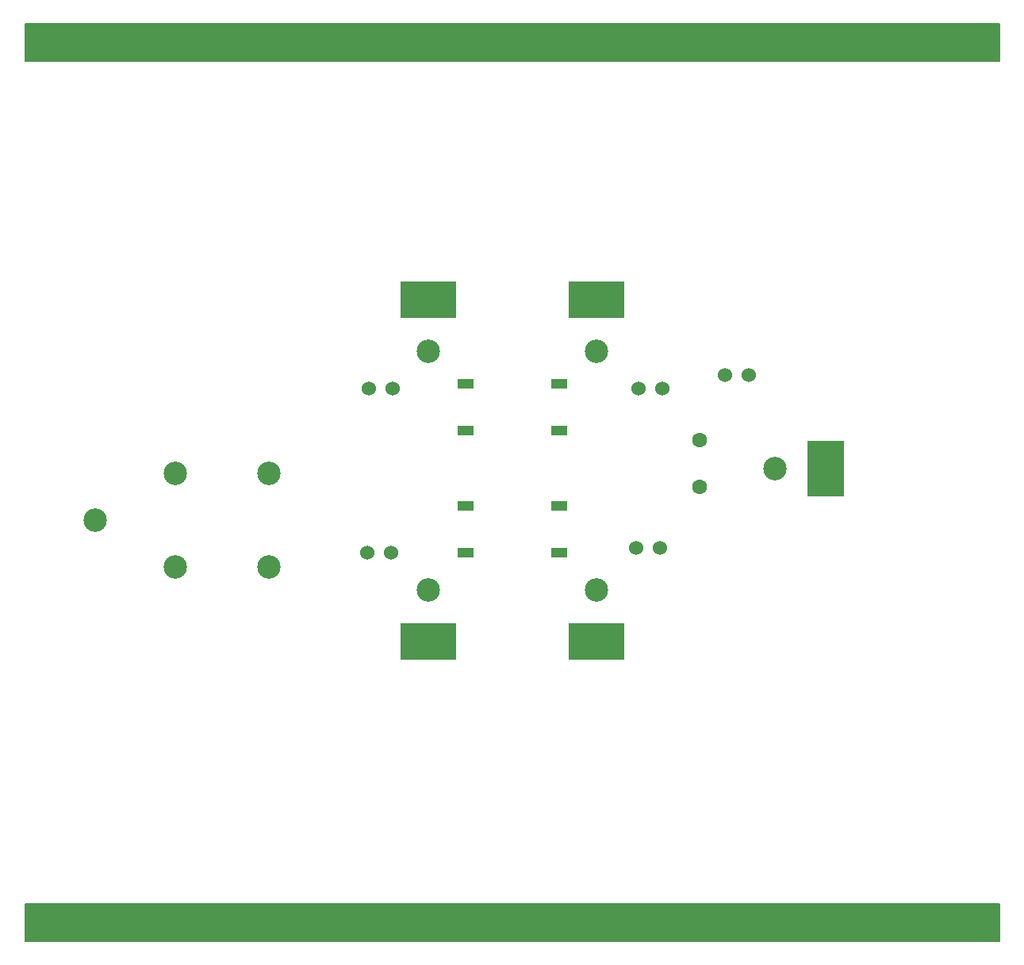
<source format=gbr>
%TF.GenerationSoftware,KiCad,Pcbnew,6.0.2+dfsg-1*%
%TF.CreationDate,2024-04-05T14:20:16-05:00*%
%TF.ProjectId,Dick Smith RDF KK-8345,4469636b-2053-46d6-9974-682052444620,001*%
%TF.SameCoordinates,Original*%
%TF.FileFunction,Soldermask,Bot*%
%TF.FilePolarity,Negative*%
%FSLAX46Y46*%
G04 Gerber Fmt 4.6, Leading zero omitted, Abs format (unit mm)*
G04 Created by KiCad (PCBNEW 6.0.2+dfsg-1) date 2024-04-05 14:20:16*
%MOMM*%
%LPD*%
G01*
G04 APERTURE LIST*
%ADD10C,0.150000*%
%ADD11C,2.500000*%
%ADD12R,6.000000X4.000000*%
%ADD13R,4.000000X6.000000*%
%ADD14R,1.750000X1.000000*%
%ADD15C,1.524000*%
%ADD16C,1.600000*%
G04 APERTURE END LIST*
D10*
X97000000Y-43000000D02*
X201000000Y-43000000D01*
X201000000Y-43000000D02*
X201000000Y-47000000D01*
X201000000Y-47000000D02*
X97000000Y-47000000D01*
X97000000Y-47000000D02*
X97000000Y-43000000D01*
G36*
X97000000Y-43000000D02*
G01*
X201000000Y-43000000D01*
X201000000Y-47000000D01*
X97000000Y-47000000D01*
X97000000Y-43000000D01*
G37*
X201000000Y-137000000D02*
X97000000Y-137000000D01*
X97000000Y-137000000D02*
X97000000Y-141000000D01*
X97000000Y-141000000D02*
X201000000Y-141000000D01*
X201000000Y-141000000D02*
X201000000Y-137000000D01*
G36*
X201000000Y-137000000D02*
G01*
X97000000Y-137000000D01*
X97000000Y-141000000D01*
X201000000Y-141000000D01*
X201000000Y-137000000D01*
G37*
D11*
%TO.C,J6*%
X113000000Y-101000000D03*
X113000000Y-91000000D03*
X123000000Y-91000000D03*
X123000000Y-101000000D03*
X104500000Y-96000000D03*
%TD*%
%TO.C,J3*%
X158000000Y-103500000D03*
D12*
X158000000Y-109000000D03*
%TD*%
D11*
%TO.C,J5*%
X177000000Y-90500000D03*
D13*
X182500000Y-90500000D03*
%TD*%
D14*
%TO.C,D201*%
X144000000Y-81500000D03*
X144000000Y-86500000D03*
%TD*%
%TO.C,D203*%
X154000000Y-99500000D03*
X154000000Y-94500000D03*
%TD*%
D11*
%TO.C,J4*%
X140000000Y-103500000D03*
D12*
X140000000Y-109000000D03*
%TD*%
D15*
%TO.C,L5*%
X174270000Y-80500000D03*
X171730000Y-80500000D03*
%TD*%
%TO.C,L2*%
X162460000Y-82000000D03*
X165000000Y-82000000D03*
%TD*%
D14*
%TO.C,D204*%
X144000000Y-99500000D03*
X144000000Y-94500000D03*
%TD*%
D15*
%TO.C,L4*%
X136040000Y-99500000D03*
X133500000Y-99500000D03*
%TD*%
D16*
%TO.C,C1*%
X169000000Y-87500000D03*
X169000000Y-92500000D03*
%TD*%
D11*
%TO.C,J2*%
X158000000Y-78000000D03*
D12*
X158000000Y-72500000D03*
%TD*%
D15*
%TO.C,L1*%
X136270000Y-82000000D03*
X133730000Y-82000000D03*
%TD*%
D11*
%TO.C,J1*%
X140000000Y-78000000D03*
D12*
X140000000Y-72500000D03*
%TD*%
D14*
%TO.C,D202*%
X154000000Y-81500000D03*
X154000000Y-86500000D03*
%TD*%
D15*
%TO.C,L3*%
X162230000Y-99000000D03*
X164770000Y-99000000D03*
%TD*%
M02*

</source>
